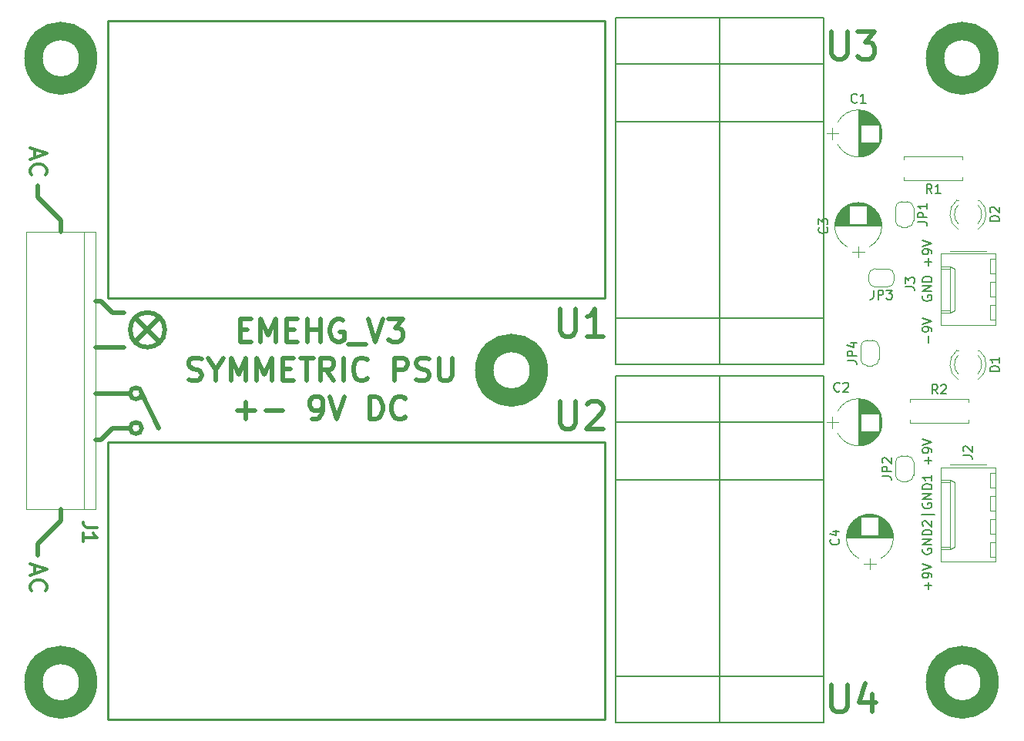
<source format=gbr>
G04 #@! TF.GenerationSoftware,KiCad,Pcbnew,(5.1.2)-1*
G04 #@! TF.CreationDate,2020-09-23T15:34:57+02:00*
G04 #@! TF.ProjectId,PSU_220vac_9vdc,5053555f-3232-4307-9661-635f39766463,rev?*
G04 #@! TF.SameCoordinates,Original*
G04 #@! TF.FileFunction,Legend,Top*
G04 #@! TF.FilePolarity,Positive*
%FSLAX46Y46*%
G04 Gerber Fmt 4.6, Leading zero omitted, Abs format (unit mm)*
G04 Created by KiCad (PCBNEW (5.1.2)-1) date 2020-09-23 15:34:57*
%MOMM*%
%LPD*%
G04 APERTURE LIST*
%ADD10C,0.508000*%
%ADD11C,0.500000*%
%ADD12C,0.304800*%
%ADD13C,2.000000*%
%ADD14C,0.203200*%
%ADD15C,0.150000*%
%ADD16C,0.120000*%
%ADD17C,0.254000*%
G04 APERTURE END LIST*
D10*
X27305000Y-99695000D02*
X27305000Y-100965000D01*
X24765000Y-103505000D02*
X24765000Y-104775000D01*
X24765000Y-103505000D02*
X27305000Y-100965000D01*
X24765000Y-65405000D02*
X24765000Y-64135000D01*
X24765000Y-65405000D02*
X27305000Y-67945000D01*
D11*
X47010952Y-80026428D02*
X47844285Y-80026428D01*
X48201428Y-81335952D02*
X47010952Y-81335952D01*
X47010952Y-78835952D01*
X48201428Y-78835952D01*
X49272857Y-81335952D02*
X49272857Y-78835952D01*
X50106190Y-80621666D01*
X50939523Y-78835952D01*
X50939523Y-81335952D01*
X52130000Y-80026428D02*
X52963333Y-80026428D01*
X53320476Y-81335952D02*
X52130000Y-81335952D01*
X52130000Y-78835952D01*
X53320476Y-78835952D01*
X54391904Y-81335952D02*
X54391904Y-78835952D01*
X54391904Y-80026428D02*
X55820476Y-80026428D01*
X55820476Y-81335952D02*
X55820476Y-78835952D01*
X58320476Y-78955000D02*
X58082380Y-78835952D01*
X57725238Y-78835952D01*
X57368095Y-78955000D01*
X57130000Y-79193095D01*
X57010952Y-79431190D01*
X56891904Y-79907380D01*
X56891904Y-80264523D01*
X57010952Y-80740714D01*
X57130000Y-80978809D01*
X57368095Y-81216904D01*
X57725238Y-81335952D01*
X57963333Y-81335952D01*
X58320476Y-81216904D01*
X58439523Y-81097857D01*
X58439523Y-80264523D01*
X57963333Y-80264523D01*
X58915714Y-81574047D02*
X60820476Y-81574047D01*
X61058571Y-78835952D02*
X61891904Y-81335952D01*
X62725238Y-78835952D01*
X63320476Y-78835952D02*
X64868095Y-78835952D01*
X64034761Y-79788333D01*
X64391904Y-79788333D01*
X64630000Y-79907380D01*
X64749047Y-80026428D01*
X64868095Y-80264523D01*
X64868095Y-80859761D01*
X64749047Y-81097857D01*
X64630000Y-81216904D01*
X64391904Y-81335952D01*
X63677619Y-81335952D01*
X63439523Y-81216904D01*
X63320476Y-81097857D01*
X41356190Y-85466904D02*
X41713333Y-85585952D01*
X42308571Y-85585952D01*
X42546666Y-85466904D01*
X42665714Y-85347857D01*
X42784761Y-85109761D01*
X42784761Y-84871666D01*
X42665714Y-84633571D01*
X42546666Y-84514523D01*
X42308571Y-84395476D01*
X41832380Y-84276428D01*
X41594285Y-84157380D01*
X41475238Y-84038333D01*
X41356190Y-83800238D01*
X41356190Y-83562142D01*
X41475238Y-83324047D01*
X41594285Y-83205000D01*
X41832380Y-83085952D01*
X42427619Y-83085952D01*
X42784761Y-83205000D01*
X44332380Y-84395476D02*
X44332380Y-85585952D01*
X43499047Y-83085952D02*
X44332380Y-84395476D01*
X45165714Y-83085952D01*
X45999047Y-85585952D02*
X45999047Y-83085952D01*
X46832380Y-84871666D01*
X47665714Y-83085952D01*
X47665714Y-85585952D01*
X48856190Y-85585952D02*
X48856190Y-83085952D01*
X49689523Y-84871666D01*
X50522857Y-83085952D01*
X50522857Y-85585952D01*
X51713333Y-84276428D02*
X52546666Y-84276428D01*
X52903809Y-85585952D02*
X51713333Y-85585952D01*
X51713333Y-83085952D01*
X52903809Y-83085952D01*
X53618095Y-83085952D02*
X55046666Y-83085952D01*
X54332380Y-85585952D02*
X54332380Y-83085952D01*
X57308571Y-85585952D02*
X56475238Y-84395476D01*
X55880000Y-85585952D02*
X55880000Y-83085952D01*
X56832380Y-83085952D01*
X57070476Y-83205000D01*
X57189523Y-83324047D01*
X57308571Y-83562142D01*
X57308571Y-83919285D01*
X57189523Y-84157380D01*
X57070476Y-84276428D01*
X56832380Y-84395476D01*
X55880000Y-84395476D01*
X58380000Y-85585952D02*
X58380000Y-83085952D01*
X60999047Y-85347857D02*
X60880000Y-85466904D01*
X60522857Y-85585952D01*
X60284761Y-85585952D01*
X59927619Y-85466904D01*
X59689523Y-85228809D01*
X59570476Y-84990714D01*
X59451428Y-84514523D01*
X59451428Y-84157380D01*
X59570476Y-83681190D01*
X59689523Y-83443095D01*
X59927619Y-83205000D01*
X60284761Y-83085952D01*
X60522857Y-83085952D01*
X60880000Y-83205000D01*
X60999047Y-83324047D01*
X63975238Y-85585952D02*
X63975238Y-83085952D01*
X64927619Y-83085952D01*
X65165714Y-83205000D01*
X65284761Y-83324047D01*
X65403809Y-83562142D01*
X65403809Y-83919285D01*
X65284761Y-84157380D01*
X65165714Y-84276428D01*
X64927619Y-84395476D01*
X63975238Y-84395476D01*
X66356190Y-85466904D02*
X66713333Y-85585952D01*
X67308571Y-85585952D01*
X67546666Y-85466904D01*
X67665714Y-85347857D01*
X67784761Y-85109761D01*
X67784761Y-84871666D01*
X67665714Y-84633571D01*
X67546666Y-84514523D01*
X67308571Y-84395476D01*
X66832380Y-84276428D01*
X66594285Y-84157380D01*
X66475238Y-84038333D01*
X66356190Y-83800238D01*
X66356190Y-83562142D01*
X66475238Y-83324047D01*
X66594285Y-83205000D01*
X66832380Y-83085952D01*
X67427619Y-83085952D01*
X67784761Y-83205000D01*
X68856190Y-83085952D02*
X68856190Y-85109761D01*
X68975238Y-85347857D01*
X69094285Y-85466904D01*
X69332380Y-85585952D01*
X69808571Y-85585952D01*
X70046666Y-85466904D01*
X70165714Y-85347857D01*
X70284761Y-85109761D01*
X70284761Y-83085952D01*
X46713333Y-88883571D02*
X48618095Y-88883571D01*
X47665714Y-89835952D02*
X47665714Y-87931190D01*
X49808571Y-88883571D02*
X51713333Y-88883571D01*
X54927619Y-89835952D02*
X55403809Y-89835952D01*
X55641904Y-89716904D01*
X55760952Y-89597857D01*
X55999047Y-89240714D01*
X56118095Y-88764523D01*
X56118095Y-87812142D01*
X55999047Y-87574047D01*
X55880000Y-87455000D01*
X55641904Y-87335952D01*
X55165714Y-87335952D01*
X54927619Y-87455000D01*
X54808571Y-87574047D01*
X54689523Y-87812142D01*
X54689523Y-88407380D01*
X54808571Y-88645476D01*
X54927619Y-88764523D01*
X55165714Y-88883571D01*
X55641904Y-88883571D01*
X55880000Y-88764523D01*
X55999047Y-88645476D01*
X56118095Y-88407380D01*
X56832380Y-87335952D02*
X57665714Y-89835952D01*
X58499047Y-87335952D01*
X61237142Y-89835952D02*
X61237142Y-87335952D01*
X61832380Y-87335952D01*
X62189523Y-87455000D01*
X62427619Y-87693095D01*
X62546666Y-87931190D01*
X62665714Y-88407380D01*
X62665714Y-88764523D01*
X62546666Y-89240714D01*
X62427619Y-89478809D01*
X62189523Y-89716904D01*
X61832380Y-89835952D01*
X61237142Y-89835952D01*
X65165714Y-89597857D02*
X65046666Y-89716904D01*
X64689523Y-89835952D01*
X64451428Y-89835952D01*
X64094285Y-89716904D01*
X63856190Y-89478809D01*
X63737142Y-89240714D01*
X63618095Y-88764523D01*
X63618095Y-88407380D01*
X63737142Y-87931190D01*
X63856190Y-87693095D01*
X64094285Y-87455000D01*
X64451428Y-87335952D01*
X64689523Y-87335952D01*
X65046666Y-87455000D01*
X65165714Y-87574047D01*
D10*
X31115000Y-92075000D02*
X31750000Y-92075000D01*
X31115000Y-76835000D02*
X31750000Y-76835000D01*
X27305000Y-69215000D02*
X27305000Y-67945000D01*
X33020000Y-78105000D02*
X31750000Y-76835000D01*
X34290000Y-78105000D02*
X33020000Y-78105000D01*
X38100000Y-81280000D02*
X35560000Y-78740000D01*
X35560000Y-81280000D02*
X38100000Y-78740000D01*
X38735000Y-80010000D02*
G75*
G03X38735000Y-80010000I-1905000J0D01*
G01*
X33020000Y-90805000D02*
X31750000Y-92075000D01*
X31115000Y-81915000D02*
X34290000Y-81915000D01*
X36195000Y-86995000D02*
X38100000Y-90805000D01*
X36195000Y-90805000D02*
G75*
G03X36195000Y-90805000I-635000J0D01*
G01*
X36195000Y-86995000D02*
G75*
G03X36195000Y-86995000I-635000J0D01*
G01*
X33020000Y-90805000D02*
X34925000Y-90805000D01*
X31115000Y-86995000D02*
X34925000Y-86995000D01*
D12*
X24447500Y-105908928D02*
X24447500Y-106816071D01*
X23903214Y-105727500D02*
X25808214Y-106362500D01*
X23903214Y-106997500D01*
X24084642Y-108721071D02*
X23993928Y-108630357D01*
X23903214Y-108358214D01*
X23903214Y-108176785D01*
X23993928Y-107904642D01*
X24175357Y-107723214D01*
X24356785Y-107632500D01*
X24719642Y-107541785D01*
X24991785Y-107541785D01*
X25354642Y-107632500D01*
X25536071Y-107723214D01*
X25717500Y-107904642D01*
X25808214Y-108176785D01*
X25808214Y-108358214D01*
X25717500Y-108630357D01*
X25626785Y-108721071D01*
X24447500Y-60188928D02*
X24447500Y-61096071D01*
X23903214Y-60007500D02*
X25808214Y-60642500D01*
X23903214Y-61277500D01*
X24084642Y-63001071D02*
X23993928Y-62910357D01*
X23903214Y-62638214D01*
X23903214Y-62456785D01*
X23993928Y-62184642D01*
X24175357Y-62003214D01*
X24356785Y-61912500D01*
X24719642Y-61821785D01*
X24991785Y-61821785D01*
X25354642Y-61912500D01*
X25536071Y-62003214D01*
X25717500Y-62184642D01*
X25808214Y-62456785D01*
X25808214Y-62638214D01*
X25717500Y-62910357D01*
X25626785Y-63001071D01*
D13*
X79835000Y-84455000D02*
G75*
G03X79835000Y-84455000I-3000000J0D01*
G01*
X129365000Y-118745000D02*
G75*
G03X129365000Y-118745000I-3000000J0D01*
G01*
X30305000Y-118745000D02*
G75*
G03X30305000Y-118745000I-3000000J0D01*
G01*
X30305000Y-50165000D02*
G75*
G03X30305000Y-50165000I-3000000J0D01*
G01*
X129365000Y-50165000D02*
G75*
G03X129365000Y-50165000I-3000000J0D01*
G01*
D14*
X122627571Y-108506380D02*
X122627571Y-107732285D01*
X123014619Y-108119333D02*
X122240523Y-108119333D01*
X123014619Y-107200095D02*
X123014619Y-107006571D01*
X122966238Y-106909809D01*
X122917857Y-106861428D01*
X122772714Y-106764666D01*
X122579190Y-106716285D01*
X122192142Y-106716285D01*
X122095380Y-106764666D01*
X122047000Y-106813047D01*
X121998619Y-106909809D01*
X121998619Y-107103333D01*
X122047000Y-107200095D01*
X122095380Y-107248476D01*
X122192142Y-107296857D01*
X122434047Y-107296857D01*
X122530809Y-107248476D01*
X122579190Y-107200095D01*
X122627571Y-107103333D01*
X122627571Y-106909809D01*
X122579190Y-106813047D01*
X122530809Y-106764666D01*
X122434047Y-106716285D01*
X121998619Y-106426000D02*
X123014619Y-106087333D01*
X121998619Y-105748666D01*
X122047000Y-104103714D02*
X121998619Y-104200476D01*
X121998619Y-104345619D01*
X122047000Y-104490761D01*
X122143761Y-104587523D01*
X122240523Y-104635904D01*
X122434047Y-104684285D01*
X122579190Y-104684285D01*
X122772714Y-104635904D01*
X122869476Y-104587523D01*
X122966238Y-104490761D01*
X123014619Y-104345619D01*
X123014619Y-104248857D01*
X122966238Y-104103714D01*
X122917857Y-104055333D01*
X122579190Y-104055333D01*
X122579190Y-104248857D01*
X123014619Y-103619904D02*
X121998619Y-103619904D01*
X123014619Y-103039333D01*
X121998619Y-103039333D01*
X123014619Y-102555523D02*
X121998619Y-102555523D01*
X121998619Y-102313619D01*
X122047000Y-102168476D01*
X122143761Y-102071714D01*
X122240523Y-102023333D01*
X122434047Y-101974952D01*
X122579190Y-101974952D01*
X122772714Y-102023333D01*
X122869476Y-102071714D01*
X122966238Y-102168476D01*
X123014619Y-102313619D01*
X123014619Y-102555523D01*
X122095380Y-101587904D02*
X122047000Y-101539523D01*
X121998619Y-101442761D01*
X121998619Y-101200857D01*
X122047000Y-101104095D01*
X122095380Y-101055714D01*
X122192142Y-101007333D01*
X122288904Y-101007333D01*
X122434047Y-101055714D01*
X123014619Y-101636285D01*
X123014619Y-101007333D01*
X123353285Y-100330000D02*
X121901857Y-100330000D01*
X122047000Y-99072095D02*
X121998619Y-99168857D01*
X121998619Y-99314000D01*
X122047000Y-99459142D01*
X122143761Y-99555904D01*
X122240523Y-99604285D01*
X122434047Y-99652666D01*
X122579190Y-99652666D01*
X122772714Y-99604285D01*
X122869476Y-99555904D01*
X122966238Y-99459142D01*
X123014619Y-99314000D01*
X123014619Y-99217238D01*
X122966238Y-99072095D01*
X122917857Y-99023714D01*
X122579190Y-99023714D01*
X122579190Y-99217238D01*
X123014619Y-98588285D02*
X121998619Y-98588285D01*
X123014619Y-98007714D01*
X121998619Y-98007714D01*
X123014619Y-97523904D02*
X121998619Y-97523904D01*
X121998619Y-97282000D01*
X122047000Y-97136857D01*
X122143761Y-97040095D01*
X122240523Y-96991714D01*
X122434047Y-96943333D01*
X122579190Y-96943333D01*
X122772714Y-96991714D01*
X122869476Y-97040095D01*
X122966238Y-97136857D01*
X123014619Y-97282000D01*
X123014619Y-97523904D01*
X123014619Y-95975714D02*
X123014619Y-96556285D01*
X123014619Y-96266000D02*
X121998619Y-96266000D01*
X122143761Y-96362761D01*
X122240523Y-96459523D01*
X122288904Y-96556285D01*
X122627571Y-94766190D02*
X122627571Y-93992095D01*
X123014619Y-94379142D02*
X122240523Y-94379142D01*
X123014619Y-93459904D02*
X123014619Y-93266380D01*
X122966238Y-93169619D01*
X122917857Y-93121238D01*
X122772714Y-93024476D01*
X122579190Y-92976095D01*
X122192142Y-92976095D01*
X122095380Y-93024476D01*
X122047000Y-93072857D01*
X121998619Y-93169619D01*
X121998619Y-93363142D01*
X122047000Y-93459904D01*
X122095380Y-93508285D01*
X122192142Y-93556666D01*
X122434047Y-93556666D01*
X122530809Y-93508285D01*
X122579190Y-93459904D01*
X122627571Y-93363142D01*
X122627571Y-93169619D01*
X122579190Y-93072857D01*
X122530809Y-93024476D01*
X122434047Y-92976095D01*
X121998619Y-92685809D02*
X123014619Y-92347142D01*
X121998619Y-92008476D01*
X122627571Y-81446309D02*
X122627571Y-80672214D01*
X123014619Y-80140023D02*
X123014619Y-79946500D01*
X122966238Y-79849738D01*
X122917857Y-79801357D01*
X122772714Y-79704595D01*
X122579190Y-79656214D01*
X122192142Y-79656214D01*
X122095380Y-79704595D01*
X122047000Y-79752976D01*
X121998619Y-79849738D01*
X121998619Y-80043261D01*
X122047000Y-80140023D01*
X122095380Y-80188404D01*
X122192142Y-80236785D01*
X122434047Y-80236785D01*
X122530809Y-80188404D01*
X122579190Y-80140023D01*
X122627571Y-80043261D01*
X122627571Y-79849738D01*
X122579190Y-79752976D01*
X122530809Y-79704595D01*
X122434047Y-79656214D01*
X121998619Y-79365928D02*
X123014619Y-79027261D01*
X121998619Y-78688595D01*
X122047000Y-76269547D02*
X121998619Y-76366309D01*
X121998619Y-76511452D01*
X122047000Y-76656595D01*
X122143761Y-76753357D01*
X122240523Y-76801738D01*
X122434047Y-76850119D01*
X122579190Y-76850119D01*
X122772714Y-76801738D01*
X122869476Y-76753357D01*
X122966238Y-76656595D01*
X123014619Y-76511452D01*
X123014619Y-76414690D01*
X122966238Y-76269547D01*
X122917857Y-76221166D01*
X122579190Y-76221166D01*
X122579190Y-76414690D01*
X123014619Y-75785738D02*
X121998619Y-75785738D01*
X123014619Y-75205166D01*
X121998619Y-75205166D01*
X123014619Y-74721357D02*
X121998619Y-74721357D01*
X121998619Y-74479452D01*
X122047000Y-74334309D01*
X122143761Y-74237547D01*
X122240523Y-74189166D01*
X122434047Y-74140785D01*
X122579190Y-74140785D01*
X122772714Y-74189166D01*
X122869476Y-74237547D01*
X122966238Y-74334309D01*
X123014619Y-74479452D01*
X123014619Y-74721357D01*
X122627571Y-72931261D02*
X122627571Y-72157166D01*
X123014619Y-72544214D02*
X122240523Y-72544214D01*
X123014619Y-71624976D02*
X123014619Y-71431452D01*
X122966238Y-71334690D01*
X122917857Y-71286309D01*
X122772714Y-71189547D01*
X122579190Y-71141166D01*
X122192142Y-71141166D01*
X122095380Y-71189547D01*
X122047000Y-71237928D01*
X121998619Y-71334690D01*
X121998619Y-71528214D01*
X122047000Y-71624976D01*
X122095380Y-71673357D01*
X122192142Y-71721738D01*
X122434047Y-71721738D01*
X122530809Y-71673357D01*
X122579190Y-71624976D01*
X122627571Y-71528214D01*
X122627571Y-71334690D01*
X122579190Y-71237928D01*
X122530809Y-71189547D01*
X122434047Y-71141166D01*
X121998619Y-70850880D02*
X123014619Y-70512214D01*
X121998619Y-70173547D01*
D15*
X99695000Y-83820000D02*
X99695000Y-45720000D01*
X111125000Y-78740000D02*
X88265000Y-78740000D01*
X111125000Y-57150000D02*
X88265000Y-57150000D01*
X111125000Y-50800000D02*
X88265000Y-50800000D01*
X88265000Y-83820000D02*
X111125000Y-83820000D01*
X88265000Y-45720000D02*
X88265000Y-83820000D01*
X111125000Y-45720000D02*
X88265000Y-45720000D01*
X111125000Y-83820000D02*
X111125000Y-45720000D01*
X99695000Y-123190000D02*
X99695000Y-85090000D01*
X111125000Y-118110000D02*
X88265000Y-118110000D01*
X111125000Y-96520000D02*
X88265000Y-96520000D01*
X111125000Y-90170000D02*
X88265000Y-90170000D01*
X88265000Y-123190000D02*
X111125000Y-123190000D01*
X88265000Y-85090000D02*
X88265000Y-123190000D01*
X111125000Y-85090000D02*
X88265000Y-85090000D01*
X111125000Y-123190000D02*
X111125000Y-85090000D01*
D16*
X121015000Y-66610000D02*
X121015000Y-68010000D01*
X120315000Y-68710000D02*
X119715000Y-68710000D01*
X119015000Y-68010000D02*
X119015000Y-66610000D01*
X119715000Y-65910000D02*
X120315000Y-65910000D01*
X120315000Y-65910000D02*
G75*
G02X121015000Y-66610000I0J-700000D01*
G01*
X119015000Y-66610000D02*
G75*
G02X119715000Y-65910000I700000J0D01*
G01*
X119715000Y-68710000D02*
G75*
G02X119015000Y-68010000I0J700000D01*
G01*
X121015000Y-68010000D02*
G75*
G02X120315000Y-68710000I-700000J0D01*
G01*
X117260722Y-57240277D02*
G75*
G03X112649420Y-57240000I-2305722J-1179723D01*
G01*
X117260722Y-59599723D02*
G75*
G02X112649420Y-59600000I-2305722J1179723D01*
G01*
X117260722Y-59599723D02*
G75*
G03X117260580Y-57240000I-2305722J1179723D01*
G01*
X114955000Y-55870000D02*
X114955000Y-60970000D01*
X114995000Y-55870000D02*
X114995000Y-60970000D01*
X115035000Y-55871000D02*
X115035000Y-60969000D01*
X115075000Y-55872000D02*
X115075000Y-60968000D01*
X115115000Y-55874000D02*
X115115000Y-60966000D01*
X115155000Y-55877000D02*
X115155000Y-60963000D01*
X115195000Y-55881000D02*
X115195000Y-60959000D01*
X115235000Y-55885000D02*
X115235000Y-57440000D01*
X115235000Y-59400000D02*
X115235000Y-60955000D01*
X115275000Y-55889000D02*
X115275000Y-57440000D01*
X115275000Y-59400000D02*
X115275000Y-60951000D01*
X115315000Y-55895000D02*
X115315000Y-57440000D01*
X115315000Y-59400000D02*
X115315000Y-60945000D01*
X115355000Y-55901000D02*
X115355000Y-57440000D01*
X115355000Y-59400000D02*
X115355000Y-60939000D01*
X115395000Y-55907000D02*
X115395000Y-57440000D01*
X115395000Y-59400000D02*
X115395000Y-60933000D01*
X115435000Y-55914000D02*
X115435000Y-57440000D01*
X115435000Y-59400000D02*
X115435000Y-60926000D01*
X115475000Y-55922000D02*
X115475000Y-57440000D01*
X115475000Y-59400000D02*
X115475000Y-60918000D01*
X115515000Y-55931000D02*
X115515000Y-57440000D01*
X115515000Y-59400000D02*
X115515000Y-60909000D01*
X115555000Y-55940000D02*
X115555000Y-57440000D01*
X115555000Y-59400000D02*
X115555000Y-60900000D01*
X115595000Y-55950000D02*
X115595000Y-57440000D01*
X115595000Y-59400000D02*
X115595000Y-60890000D01*
X115635000Y-55960000D02*
X115635000Y-57440000D01*
X115635000Y-59400000D02*
X115635000Y-60880000D01*
X115676000Y-55972000D02*
X115676000Y-57440000D01*
X115676000Y-59400000D02*
X115676000Y-60868000D01*
X115716000Y-55984000D02*
X115716000Y-57440000D01*
X115716000Y-59400000D02*
X115716000Y-60856000D01*
X115756000Y-55996000D02*
X115756000Y-57440000D01*
X115756000Y-59400000D02*
X115756000Y-60844000D01*
X115796000Y-56010000D02*
X115796000Y-57440000D01*
X115796000Y-59400000D02*
X115796000Y-60830000D01*
X115836000Y-56024000D02*
X115836000Y-57440000D01*
X115836000Y-59400000D02*
X115836000Y-60816000D01*
X115876000Y-56038000D02*
X115876000Y-57440000D01*
X115876000Y-59400000D02*
X115876000Y-60802000D01*
X115916000Y-56054000D02*
X115916000Y-57440000D01*
X115916000Y-59400000D02*
X115916000Y-60786000D01*
X115956000Y-56070000D02*
X115956000Y-57440000D01*
X115956000Y-59400000D02*
X115956000Y-60770000D01*
X115996000Y-56087000D02*
X115996000Y-57440000D01*
X115996000Y-59400000D02*
X115996000Y-60753000D01*
X116036000Y-56105000D02*
X116036000Y-57440000D01*
X116036000Y-59400000D02*
X116036000Y-60735000D01*
X116076000Y-56124000D02*
X116076000Y-57440000D01*
X116076000Y-59400000D02*
X116076000Y-60716000D01*
X116116000Y-56144000D02*
X116116000Y-57440000D01*
X116116000Y-59400000D02*
X116116000Y-60696000D01*
X116156000Y-56164000D02*
X116156000Y-57440000D01*
X116156000Y-59400000D02*
X116156000Y-60676000D01*
X116196000Y-56186000D02*
X116196000Y-57440000D01*
X116196000Y-59400000D02*
X116196000Y-60654000D01*
X116236000Y-56208000D02*
X116236000Y-57440000D01*
X116236000Y-59400000D02*
X116236000Y-60632000D01*
X116276000Y-56231000D02*
X116276000Y-57440000D01*
X116276000Y-59400000D02*
X116276000Y-60609000D01*
X116316000Y-56255000D02*
X116316000Y-57440000D01*
X116316000Y-59400000D02*
X116316000Y-60585000D01*
X116356000Y-56280000D02*
X116356000Y-57440000D01*
X116356000Y-59400000D02*
X116356000Y-60560000D01*
X116396000Y-56307000D02*
X116396000Y-57440000D01*
X116396000Y-59400000D02*
X116396000Y-60533000D01*
X116436000Y-56334000D02*
X116436000Y-57440000D01*
X116436000Y-59400000D02*
X116436000Y-60506000D01*
X116476000Y-56362000D02*
X116476000Y-57440000D01*
X116476000Y-59400000D02*
X116476000Y-60478000D01*
X116516000Y-56392000D02*
X116516000Y-57440000D01*
X116516000Y-59400000D02*
X116516000Y-60448000D01*
X116556000Y-56423000D02*
X116556000Y-57440000D01*
X116556000Y-59400000D02*
X116556000Y-60417000D01*
X116596000Y-56455000D02*
X116596000Y-57440000D01*
X116596000Y-59400000D02*
X116596000Y-60385000D01*
X116636000Y-56488000D02*
X116636000Y-57440000D01*
X116636000Y-59400000D02*
X116636000Y-60352000D01*
X116676000Y-56523000D02*
X116676000Y-57440000D01*
X116676000Y-59400000D02*
X116676000Y-60317000D01*
X116716000Y-56559000D02*
X116716000Y-57440000D01*
X116716000Y-59400000D02*
X116716000Y-60281000D01*
X116756000Y-56597000D02*
X116756000Y-57440000D01*
X116756000Y-59400000D02*
X116756000Y-60243000D01*
X116796000Y-56637000D02*
X116796000Y-57440000D01*
X116796000Y-59400000D02*
X116796000Y-60203000D01*
X116836000Y-56678000D02*
X116836000Y-57440000D01*
X116836000Y-59400000D02*
X116836000Y-60162000D01*
X116876000Y-56721000D02*
X116876000Y-57440000D01*
X116876000Y-59400000D02*
X116876000Y-60119000D01*
X116916000Y-56766000D02*
X116916000Y-57440000D01*
X116916000Y-59400000D02*
X116916000Y-60074000D01*
X116956000Y-56814000D02*
X116956000Y-57440000D01*
X116956000Y-59400000D02*
X116956000Y-60026000D01*
X116996000Y-56864000D02*
X116996000Y-57440000D01*
X116996000Y-59400000D02*
X116996000Y-59976000D01*
X117036000Y-56916000D02*
X117036000Y-57440000D01*
X117036000Y-59400000D02*
X117036000Y-59924000D01*
X117076000Y-56972000D02*
X117076000Y-57440000D01*
X117076000Y-59400000D02*
X117076000Y-59868000D01*
X117116000Y-57030000D02*
X117116000Y-57440000D01*
X117116000Y-59400000D02*
X117116000Y-59810000D01*
X117156000Y-57093000D02*
X117156000Y-57440000D01*
X117156000Y-59400000D02*
X117156000Y-59747000D01*
X117196000Y-57159000D02*
X117196000Y-59681000D01*
X117236000Y-57231000D02*
X117236000Y-59609000D01*
X117276000Y-57308000D02*
X117276000Y-59532000D01*
X117316000Y-57392000D02*
X117316000Y-59448000D01*
X117356000Y-57486000D02*
X117356000Y-59354000D01*
X117396000Y-57591000D02*
X117396000Y-59249000D01*
X117436000Y-57713000D02*
X117436000Y-59127000D01*
X117476000Y-57861000D02*
X117476000Y-58979000D01*
X117516000Y-58066000D02*
X117516000Y-58774000D01*
X111505000Y-58420000D02*
X112705000Y-58420000D01*
X112105000Y-57770000D02*
X112105000Y-59070000D01*
X117260722Y-88990277D02*
G75*
G03X112649420Y-88990000I-2305722J-1179723D01*
G01*
X117260722Y-91349723D02*
G75*
G02X112649420Y-91350000I-2305722J1179723D01*
G01*
X117260722Y-91349723D02*
G75*
G03X117260580Y-88990000I-2305722J1179723D01*
G01*
X114955000Y-87620000D02*
X114955000Y-92720000D01*
X114995000Y-87620000D02*
X114995000Y-92720000D01*
X115035000Y-87621000D02*
X115035000Y-92719000D01*
X115075000Y-87622000D02*
X115075000Y-92718000D01*
X115115000Y-87624000D02*
X115115000Y-92716000D01*
X115155000Y-87627000D02*
X115155000Y-92713000D01*
X115195000Y-87631000D02*
X115195000Y-92709000D01*
X115235000Y-87635000D02*
X115235000Y-89190000D01*
X115235000Y-91150000D02*
X115235000Y-92705000D01*
X115275000Y-87639000D02*
X115275000Y-89190000D01*
X115275000Y-91150000D02*
X115275000Y-92701000D01*
X115315000Y-87645000D02*
X115315000Y-89190000D01*
X115315000Y-91150000D02*
X115315000Y-92695000D01*
X115355000Y-87651000D02*
X115355000Y-89190000D01*
X115355000Y-91150000D02*
X115355000Y-92689000D01*
X115395000Y-87657000D02*
X115395000Y-89190000D01*
X115395000Y-91150000D02*
X115395000Y-92683000D01*
X115435000Y-87664000D02*
X115435000Y-89190000D01*
X115435000Y-91150000D02*
X115435000Y-92676000D01*
X115475000Y-87672000D02*
X115475000Y-89190000D01*
X115475000Y-91150000D02*
X115475000Y-92668000D01*
X115515000Y-87681000D02*
X115515000Y-89190000D01*
X115515000Y-91150000D02*
X115515000Y-92659000D01*
X115555000Y-87690000D02*
X115555000Y-89190000D01*
X115555000Y-91150000D02*
X115555000Y-92650000D01*
X115595000Y-87700000D02*
X115595000Y-89190000D01*
X115595000Y-91150000D02*
X115595000Y-92640000D01*
X115635000Y-87710000D02*
X115635000Y-89190000D01*
X115635000Y-91150000D02*
X115635000Y-92630000D01*
X115676000Y-87722000D02*
X115676000Y-89190000D01*
X115676000Y-91150000D02*
X115676000Y-92618000D01*
X115716000Y-87734000D02*
X115716000Y-89190000D01*
X115716000Y-91150000D02*
X115716000Y-92606000D01*
X115756000Y-87746000D02*
X115756000Y-89190000D01*
X115756000Y-91150000D02*
X115756000Y-92594000D01*
X115796000Y-87760000D02*
X115796000Y-89190000D01*
X115796000Y-91150000D02*
X115796000Y-92580000D01*
X115836000Y-87774000D02*
X115836000Y-89190000D01*
X115836000Y-91150000D02*
X115836000Y-92566000D01*
X115876000Y-87788000D02*
X115876000Y-89190000D01*
X115876000Y-91150000D02*
X115876000Y-92552000D01*
X115916000Y-87804000D02*
X115916000Y-89190000D01*
X115916000Y-91150000D02*
X115916000Y-92536000D01*
X115956000Y-87820000D02*
X115956000Y-89190000D01*
X115956000Y-91150000D02*
X115956000Y-92520000D01*
X115996000Y-87837000D02*
X115996000Y-89190000D01*
X115996000Y-91150000D02*
X115996000Y-92503000D01*
X116036000Y-87855000D02*
X116036000Y-89190000D01*
X116036000Y-91150000D02*
X116036000Y-92485000D01*
X116076000Y-87874000D02*
X116076000Y-89190000D01*
X116076000Y-91150000D02*
X116076000Y-92466000D01*
X116116000Y-87894000D02*
X116116000Y-89190000D01*
X116116000Y-91150000D02*
X116116000Y-92446000D01*
X116156000Y-87914000D02*
X116156000Y-89190000D01*
X116156000Y-91150000D02*
X116156000Y-92426000D01*
X116196000Y-87936000D02*
X116196000Y-89190000D01*
X116196000Y-91150000D02*
X116196000Y-92404000D01*
X116236000Y-87958000D02*
X116236000Y-89190000D01*
X116236000Y-91150000D02*
X116236000Y-92382000D01*
X116276000Y-87981000D02*
X116276000Y-89190000D01*
X116276000Y-91150000D02*
X116276000Y-92359000D01*
X116316000Y-88005000D02*
X116316000Y-89190000D01*
X116316000Y-91150000D02*
X116316000Y-92335000D01*
X116356000Y-88030000D02*
X116356000Y-89190000D01*
X116356000Y-91150000D02*
X116356000Y-92310000D01*
X116396000Y-88057000D02*
X116396000Y-89190000D01*
X116396000Y-91150000D02*
X116396000Y-92283000D01*
X116436000Y-88084000D02*
X116436000Y-89190000D01*
X116436000Y-91150000D02*
X116436000Y-92256000D01*
X116476000Y-88112000D02*
X116476000Y-89190000D01*
X116476000Y-91150000D02*
X116476000Y-92228000D01*
X116516000Y-88142000D02*
X116516000Y-89190000D01*
X116516000Y-91150000D02*
X116516000Y-92198000D01*
X116556000Y-88173000D02*
X116556000Y-89190000D01*
X116556000Y-91150000D02*
X116556000Y-92167000D01*
X116596000Y-88205000D02*
X116596000Y-89190000D01*
X116596000Y-91150000D02*
X116596000Y-92135000D01*
X116636000Y-88238000D02*
X116636000Y-89190000D01*
X116636000Y-91150000D02*
X116636000Y-92102000D01*
X116676000Y-88273000D02*
X116676000Y-89190000D01*
X116676000Y-91150000D02*
X116676000Y-92067000D01*
X116716000Y-88309000D02*
X116716000Y-89190000D01*
X116716000Y-91150000D02*
X116716000Y-92031000D01*
X116756000Y-88347000D02*
X116756000Y-89190000D01*
X116756000Y-91150000D02*
X116756000Y-91993000D01*
X116796000Y-88387000D02*
X116796000Y-89190000D01*
X116796000Y-91150000D02*
X116796000Y-91953000D01*
X116836000Y-88428000D02*
X116836000Y-89190000D01*
X116836000Y-91150000D02*
X116836000Y-91912000D01*
X116876000Y-88471000D02*
X116876000Y-89190000D01*
X116876000Y-91150000D02*
X116876000Y-91869000D01*
X116916000Y-88516000D02*
X116916000Y-89190000D01*
X116916000Y-91150000D02*
X116916000Y-91824000D01*
X116956000Y-88564000D02*
X116956000Y-89190000D01*
X116956000Y-91150000D02*
X116956000Y-91776000D01*
X116996000Y-88614000D02*
X116996000Y-89190000D01*
X116996000Y-91150000D02*
X116996000Y-91726000D01*
X117036000Y-88666000D02*
X117036000Y-89190000D01*
X117036000Y-91150000D02*
X117036000Y-91674000D01*
X117076000Y-88722000D02*
X117076000Y-89190000D01*
X117076000Y-91150000D02*
X117076000Y-91618000D01*
X117116000Y-88780000D02*
X117116000Y-89190000D01*
X117116000Y-91150000D02*
X117116000Y-91560000D01*
X117156000Y-88843000D02*
X117156000Y-89190000D01*
X117156000Y-91150000D02*
X117156000Y-91497000D01*
X117196000Y-88909000D02*
X117196000Y-91431000D01*
X117236000Y-88981000D02*
X117236000Y-91359000D01*
X117276000Y-89058000D02*
X117276000Y-91282000D01*
X117316000Y-89142000D02*
X117316000Y-91198000D01*
X117356000Y-89236000D02*
X117356000Y-91104000D01*
X117396000Y-89341000D02*
X117396000Y-90999000D01*
X117436000Y-89463000D02*
X117436000Y-90877000D01*
X117476000Y-89611000D02*
X117476000Y-90729000D01*
X117516000Y-89816000D02*
X117516000Y-90524000D01*
X111505000Y-90170000D02*
X112705000Y-90170000D01*
X112105000Y-89520000D02*
X112105000Y-90820000D01*
X113755277Y-66294278D02*
G75*
G03X113755000Y-70905580I1179723J-2305722D01*
G01*
X116114723Y-66294278D02*
G75*
G02X116115000Y-70905580I-1179723J-2305722D01*
G01*
X116114723Y-66294278D02*
G75*
G03X113755000Y-66294420I-1179723J-2305722D01*
G01*
X112385000Y-68600000D02*
X117485000Y-68600000D01*
X112385000Y-68560000D02*
X117485000Y-68560000D01*
X112386000Y-68520000D02*
X117484000Y-68520000D01*
X112387000Y-68480000D02*
X117483000Y-68480000D01*
X112389000Y-68440000D02*
X117481000Y-68440000D01*
X112392000Y-68400000D02*
X117478000Y-68400000D01*
X112396000Y-68360000D02*
X117474000Y-68360000D01*
X112400000Y-68320000D02*
X113955000Y-68320000D01*
X115915000Y-68320000D02*
X117470000Y-68320000D01*
X112404000Y-68280000D02*
X113955000Y-68280000D01*
X115915000Y-68280000D02*
X117466000Y-68280000D01*
X112410000Y-68240000D02*
X113955000Y-68240000D01*
X115915000Y-68240000D02*
X117460000Y-68240000D01*
X112416000Y-68200000D02*
X113955000Y-68200000D01*
X115915000Y-68200000D02*
X117454000Y-68200000D01*
X112422000Y-68160000D02*
X113955000Y-68160000D01*
X115915000Y-68160000D02*
X117448000Y-68160000D01*
X112429000Y-68120000D02*
X113955000Y-68120000D01*
X115915000Y-68120000D02*
X117441000Y-68120000D01*
X112437000Y-68080000D02*
X113955000Y-68080000D01*
X115915000Y-68080000D02*
X117433000Y-68080000D01*
X112446000Y-68040000D02*
X113955000Y-68040000D01*
X115915000Y-68040000D02*
X117424000Y-68040000D01*
X112455000Y-68000000D02*
X113955000Y-68000000D01*
X115915000Y-68000000D02*
X117415000Y-68000000D01*
X112465000Y-67960000D02*
X113955000Y-67960000D01*
X115915000Y-67960000D02*
X117405000Y-67960000D01*
X112475000Y-67920000D02*
X113955000Y-67920000D01*
X115915000Y-67920000D02*
X117395000Y-67920000D01*
X112487000Y-67879000D02*
X113955000Y-67879000D01*
X115915000Y-67879000D02*
X117383000Y-67879000D01*
X112499000Y-67839000D02*
X113955000Y-67839000D01*
X115915000Y-67839000D02*
X117371000Y-67839000D01*
X112511000Y-67799000D02*
X113955000Y-67799000D01*
X115915000Y-67799000D02*
X117359000Y-67799000D01*
X112525000Y-67759000D02*
X113955000Y-67759000D01*
X115915000Y-67759000D02*
X117345000Y-67759000D01*
X112539000Y-67719000D02*
X113955000Y-67719000D01*
X115915000Y-67719000D02*
X117331000Y-67719000D01*
X112553000Y-67679000D02*
X113955000Y-67679000D01*
X115915000Y-67679000D02*
X117317000Y-67679000D01*
X112569000Y-67639000D02*
X113955000Y-67639000D01*
X115915000Y-67639000D02*
X117301000Y-67639000D01*
X112585000Y-67599000D02*
X113955000Y-67599000D01*
X115915000Y-67599000D02*
X117285000Y-67599000D01*
X112602000Y-67559000D02*
X113955000Y-67559000D01*
X115915000Y-67559000D02*
X117268000Y-67559000D01*
X112620000Y-67519000D02*
X113955000Y-67519000D01*
X115915000Y-67519000D02*
X117250000Y-67519000D01*
X112639000Y-67479000D02*
X113955000Y-67479000D01*
X115915000Y-67479000D02*
X117231000Y-67479000D01*
X112659000Y-67439000D02*
X113955000Y-67439000D01*
X115915000Y-67439000D02*
X117211000Y-67439000D01*
X112679000Y-67399000D02*
X113955000Y-67399000D01*
X115915000Y-67399000D02*
X117191000Y-67399000D01*
X112701000Y-67359000D02*
X113955000Y-67359000D01*
X115915000Y-67359000D02*
X117169000Y-67359000D01*
X112723000Y-67319000D02*
X113955000Y-67319000D01*
X115915000Y-67319000D02*
X117147000Y-67319000D01*
X112746000Y-67279000D02*
X113955000Y-67279000D01*
X115915000Y-67279000D02*
X117124000Y-67279000D01*
X112770000Y-67239000D02*
X113955000Y-67239000D01*
X115915000Y-67239000D02*
X117100000Y-67239000D01*
X112795000Y-67199000D02*
X113955000Y-67199000D01*
X115915000Y-67199000D02*
X117075000Y-67199000D01*
X112822000Y-67159000D02*
X113955000Y-67159000D01*
X115915000Y-67159000D02*
X117048000Y-67159000D01*
X112849000Y-67119000D02*
X113955000Y-67119000D01*
X115915000Y-67119000D02*
X117021000Y-67119000D01*
X112877000Y-67079000D02*
X113955000Y-67079000D01*
X115915000Y-67079000D02*
X116993000Y-67079000D01*
X112907000Y-67039000D02*
X113955000Y-67039000D01*
X115915000Y-67039000D02*
X116963000Y-67039000D01*
X112938000Y-66999000D02*
X113955000Y-66999000D01*
X115915000Y-66999000D02*
X116932000Y-66999000D01*
X112970000Y-66959000D02*
X113955000Y-66959000D01*
X115915000Y-66959000D02*
X116900000Y-66959000D01*
X113003000Y-66919000D02*
X113955000Y-66919000D01*
X115915000Y-66919000D02*
X116867000Y-66919000D01*
X113038000Y-66879000D02*
X113955000Y-66879000D01*
X115915000Y-66879000D02*
X116832000Y-66879000D01*
X113074000Y-66839000D02*
X113955000Y-66839000D01*
X115915000Y-66839000D02*
X116796000Y-66839000D01*
X113112000Y-66799000D02*
X113955000Y-66799000D01*
X115915000Y-66799000D02*
X116758000Y-66799000D01*
X113152000Y-66759000D02*
X113955000Y-66759000D01*
X115915000Y-66759000D02*
X116718000Y-66759000D01*
X113193000Y-66719000D02*
X113955000Y-66719000D01*
X115915000Y-66719000D02*
X116677000Y-66719000D01*
X113236000Y-66679000D02*
X113955000Y-66679000D01*
X115915000Y-66679000D02*
X116634000Y-66679000D01*
X113281000Y-66639000D02*
X113955000Y-66639000D01*
X115915000Y-66639000D02*
X116589000Y-66639000D01*
X113329000Y-66599000D02*
X113955000Y-66599000D01*
X115915000Y-66599000D02*
X116541000Y-66599000D01*
X113379000Y-66559000D02*
X113955000Y-66559000D01*
X115915000Y-66559000D02*
X116491000Y-66559000D01*
X113431000Y-66519000D02*
X113955000Y-66519000D01*
X115915000Y-66519000D02*
X116439000Y-66519000D01*
X113487000Y-66479000D02*
X113955000Y-66479000D01*
X115915000Y-66479000D02*
X116383000Y-66479000D01*
X113545000Y-66439000D02*
X113955000Y-66439000D01*
X115915000Y-66439000D02*
X116325000Y-66439000D01*
X113608000Y-66399000D02*
X113955000Y-66399000D01*
X115915000Y-66399000D02*
X116262000Y-66399000D01*
X113674000Y-66359000D02*
X116196000Y-66359000D01*
X113746000Y-66319000D02*
X116124000Y-66319000D01*
X113823000Y-66279000D02*
X116047000Y-66279000D01*
X113907000Y-66239000D02*
X115963000Y-66239000D01*
X114001000Y-66199000D02*
X115869000Y-66199000D01*
X114106000Y-66159000D02*
X115764000Y-66159000D01*
X114228000Y-66119000D02*
X115642000Y-66119000D01*
X114376000Y-66079000D02*
X115494000Y-66079000D01*
X114581000Y-66039000D02*
X115289000Y-66039000D01*
X114935000Y-72050000D02*
X114935000Y-70850000D01*
X114285000Y-71450000D02*
X115585000Y-71450000D01*
X115025277Y-100544278D02*
G75*
G03X115025000Y-105155580I1179723J-2305722D01*
G01*
X117384723Y-100544278D02*
G75*
G02X117385000Y-105155580I-1179723J-2305722D01*
G01*
X117384723Y-100544278D02*
G75*
G03X115025000Y-100544420I-1179723J-2305722D01*
G01*
X113655000Y-102850000D02*
X118755000Y-102850000D01*
X113655000Y-102810000D02*
X118755000Y-102810000D01*
X113656000Y-102770000D02*
X118754000Y-102770000D01*
X113657000Y-102730000D02*
X118753000Y-102730000D01*
X113659000Y-102690000D02*
X118751000Y-102690000D01*
X113662000Y-102650000D02*
X118748000Y-102650000D01*
X113666000Y-102610000D02*
X118744000Y-102610000D01*
X113670000Y-102570000D02*
X115225000Y-102570000D01*
X117185000Y-102570000D02*
X118740000Y-102570000D01*
X113674000Y-102530000D02*
X115225000Y-102530000D01*
X117185000Y-102530000D02*
X118736000Y-102530000D01*
X113680000Y-102490000D02*
X115225000Y-102490000D01*
X117185000Y-102490000D02*
X118730000Y-102490000D01*
X113686000Y-102450000D02*
X115225000Y-102450000D01*
X117185000Y-102450000D02*
X118724000Y-102450000D01*
X113692000Y-102410000D02*
X115225000Y-102410000D01*
X117185000Y-102410000D02*
X118718000Y-102410000D01*
X113699000Y-102370000D02*
X115225000Y-102370000D01*
X117185000Y-102370000D02*
X118711000Y-102370000D01*
X113707000Y-102330000D02*
X115225000Y-102330000D01*
X117185000Y-102330000D02*
X118703000Y-102330000D01*
X113716000Y-102290000D02*
X115225000Y-102290000D01*
X117185000Y-102290000D02*
X118694000Y-102290000D01*
X113725000Y-102250000D02*
X115225000Y-102250000D01*
X117185000Y-102250000D02*
X118685000Y-102250000D01*
X113735000Y-102210000D02*
X115225000Y-102210000D01*
X117185000Y-102210000D02*
X118675000Y-102210000D01*
X113745000Y-102170000D02*
X115225000Y-102170000D01*
X117185000Y-102170000D02*
X118665000Y-102170000D01*
X113757000Y-102129000D02*
X115225000Y-102129000D01*
X117185000Y-102129000D02*
X118653000Y-102129000D01*
X113769000Y-102089000D02*
X115225000Y-102089000D01*
X117185000Y-102089000D02*
X118641000Y-102089000D01*
X113781000Y-102049000D02*
X115225000Y-102049000D01*
X117185000Y-102049000D02*
X118629000Y-102049000D01*
X113795000Y-102009000D02*
X115225000Y-102009000D01*
X117185000Y-102009000D02*
X118615000Y-102009000D01*
X113809000Y-101969000D02*
X115225000Y-101969000D01*
X117185000Y-101969000D02*
X118601000Y-101969000D01*
X113823000Y-101929000D02*
X115225000Y-101929000D01*
X117185000Y-101929000D02*
X118587000Y-101929000D01*
X113839000Y-101889000D02*
X115225000Y-101889000D01*
X117185000Y-101889000D02*
X118571000Y-101889000D01*
X113855000Y-101849000D02*
X115225000Y-101849000D01*
X117185000Y-101849000D02*
X118555000Y-101849000D01*
X113872000Y-101809000D02*
X115225000Y-101809000D01*
X117185000Y-101809000D02*
X118538000Y-101809000D01*
X113890000Y-101769000D02*
X115225000Y-101769000D01*
X117185000Y-101769000D02*
X118520000Y-101769000D01*
X113909000Y-101729000D02*
X115225000Y-101729000D01*
X117185000Y-101729000D02*
X118501000Y-101729000D01*
X113929000Y-101689000D02*
X115225000Y-101689000D01*
X117185000Y-101689000D02*
X118481000Y-101689000D01*
X113949000Y-101649000D02*
X115225000Y-101649000D01*
X117185000Y-101649000D02*
X118461000Y-101649000D01*
X113971000Y-101609000D02*
X115225000Y-101609000D01*
X117185000Y-101609000D02*
X118439000Y-101609000D01*
X113993000Y-101569000D02*
X115225000Y-101569000D01*
X117185000Y-101569000D02*
X118417000Y-101569000D01*
X114016000Y-101529000D02*
X115225000Y-101529000D01*
X117185000Y-101529000D02*
X118394000Y-101529000D01*
X114040000Y-101489000D02*
X115225000Y-101489000D01*
X117185000Y-101489000D02*
X118370000Y-101489000D01*
X114065000Y-101449000D02*
X115225000Y-101449000D01*
X117185000Y-101449000D02*
X118345000Y-101449000D01*
X114092000Y-101409000D02*
X115225000Y-101409000D01*
X117185000Y-101409000D02*
X118318000Y-101409000D01*
X114119000Y-101369000D02*
X115225000Y-101369000D01*
X117185000Y-101369000D02*
X118291000Y-101369000D01*
X114147000Y-101329000D02*
X115225000Y-101329000D01*
X117185000Y-101329000D02*
X118263000Y-101329000D01*
X114177000Y-101289000D02*
X115225000Y-101289000D01*
X117185000Y-101289000D02*
X118233000Y-101289000D01*
X114208000Y-101249000D02*
X115225000Y-101249000D01*
X117185000Y-101249000D02*
X118202000Y-101249000D01*
X114240000Y-101209000D02*
X115225000Y-101209000D01*
X117185000Y-101209000D02*
X118170000Y-101209000D01*
X114273000Y-101169000D02*
X115225000Y-101169000D01*
X117185000Y-101169000D02*
X118137000Y-101169000D01*
X114308000Y-101129000D02*
X115225000Y-101129000D01*
X117185000Y-101129000D02*
X118102000Y-101129000D01*
X114344000Y-101089000D02*
X115225000Y-101089000D01*
X117185000Y-101089000D02*
X118066000Y-101089000D01*
X114382000Y-101049000D02*
X115225000Y-101049000D01*
X117185000Y-101049000D02*
X118028000Y-101049000D01*
X114422000Y-101009000D02*
X115225000Y-101009000D01*
X117185000Y-101009000D02*
X117988000Y-101009000D01*
X114463000Y-100969000D02*
X115225000Y-100969000D01*
X117185000Y-100969000D02*
X117947000Y-100969000D01*
X114506000Y-100929000D02*
X115225000Y-100929000D01*
X117185000Y-100929000D02*
X117904000Y-100929000D01*
X114551000Y-100889000D02*
X115225000Y-100889000D01*
X117185000Y-100889000D02*
X117859000Y-100889000D01*
X114599000Y-100849000D02*
X115225000Y-100849000D01*
X117185000Y-100849000D02*
X117811000Y-100849000D01*
X114649000Y-100809000D02*
X115225000Y-100809000D01*
X117185000Y-100809000D02*
X117761000Y-100809000D01*
X114701000Y-100769000D02*
X115225000Y-100769000D01*
X117185000Y-100769000D02*
X117709000Y-100769000D01*
X114757000Y-100729000D02*
X115225000Y-100729000D01*
X117185000Y-100729000D02*
X117653000Y-100729000D01*
X114815000Y-100689000D02*
X115225000Y-100689000D01*
X117185000Y-100689000D02*
X117595000Y-100689000D01*
X114878000Y-100649000D02*
X115225000Y-100649000D01*
X117185000Y-100649000D02*
X117532000Y-100649000D01*
X114944000Y-100609000D02*
X117466000Y-100609000D01*
X115016000Y-100569000D02*
X117394000Y-100569000D01*
X115093000Y-100529000D02*
X117317000Y-100529000D01*
X115177000Y-100489000D02*
X117233000Y-100489000D01*
X115271000Y-100449000D02*
X117139000Y-100449000D01*
X115376000Y-100409000D02*
X117034000Y-100409000D01*
X115498000Y-100369000D02*
X116912000Y-100369000D01*
X115646000Y-100329000D02*
X116764000Y-100329000D01*
X115851000Y-100289000D02*
X116559000Y-100289000D01*
X116205000Y-106300000D02*
X116205000Y-105100000D01*
X115555000Y-105700000D02*
X116855000Y-105700000D01*
X129430000Y-104940000D02*
X130030000Y-104940000D01*
X129430000Y-103340000D02*
X129430000Y-104940000D01*
X130030000Y-103340000D02*
X129430000Y-103340000D01*
X129430000Y-102400000D02*
X130030000Y-102400000D01*
X129430000Y-100800000D02*
X129430000Y-102400000D01*
X130030000Y-100800000D02*
X129430000Y-100800000D01*
X129430000Y-99860000D02*
X130030000Y-99860000D01*
X129430000Y-98260000D02*
X129430000Y-99860000D01*
X130030000Y-98260000D02*
X129430000Y-98260000D01*
X129430000Y-97320000D02*
X130030000Y-97320000D01*
X129430000Y-95720000D02*
X129430000Y-97320000D01*
X130030000Y-95720000D02*
X129430000Y-95720000D01*
X124010000Y-103890000D02*
X125010000Y-103890000D01*
X124010000Y-96770000D02*
X125010000Y-96770000D01*
X125540000Y-103890000D02*
X125010000Y-104140000D01*
X125540000Y-96770000D02*
X125540000Y-103890000D01*
X125010000Y-96520000D02*
X125540000Y-96770000D01*
X125010000Y-104140000D02*
X124010000Y-104140000D01*
X125010000Y-96520000D02*
X125010000Y-104140000D01*
X124010000Y-96520000D02*
X125010000Y-96520000D01*
X129000000Y-94850000D02*
X125000000Y-94850000D01*
X130030000Y-105520000D02*
X130030000Y-95140000D01*
X124010000Y-105520000D02*
X130030000Y-105520000D01*
X124010000Y-95140000D02*
X124010000Y-105520000D01*
X130030000Y-95140000D02*
X124010000Y-95140000D01*
X129430000Y-78905000D02*
X130030000Y-78905000D01*
X129430000Y-77305000D02*
X129430000Y-78905000D01*
X130030000Y-77305000D02*
X129430000Y-77305000D01*
X129430000Y-76365000D02*
X130030000Y-76365000D01*
X129430000Y-74765000D02*
X129430000Y-76365000D01*
X130030000Y-74765000D02*
X129430000Y-74765000D01*
X129430000Y-73825000D02*
X130030000Y-73825000D01*
X129430000Y-72225000D02*
X129430000Y-73825000D01*
X130030000Y-72225000D02*
X129430000Y-72225000D01*
X124010000Y-77855000D02*
X125010000Y-77855000D01*
X124010000Y-73275000D02*
X125010000Y-73275000D01*
X125540000Y-77855000D02*
X125010000Y-78105000D01*
X125540000Y-73275000D02*
X125540000Y-77855000D01*
X125010000Y-73025000D02*
X125540000Y-73275000D01*
X125010000Y-78105000D02*
X124010000Y-78105000D01*
X125010000Y-73025000D02*
X125010000Y-78105000D01*
X124010000Y-73025000D02*
X125010000Y-73025000D01*
X129000000Y-71355000D02*
X125000000Y-71355000D01*
X130030000Y-79485000D02*
X130030000Y-71645000D01*
X124010000Y-79485000D02*
X130030000Y-79485000D01*
X124010000Y-71645000D02*
X124010000Y-79485000D01*
X130030000Y-71645000D02*
X124010000Y-71645000D01*
X119015000Y-95965000D02*
X119015000Y-94565000D01*
X119715000Y-93865000D02*
X120315000Y-93865000D01*
X121015000Y-94565000D02*
X121015000Y-95965000D01*
X120315000Y-96665000D02*
X119715000Y-96665000D01*
X119715000Y-96665000D02*
G75*
G02X119015000Y-95965000I0J700000D01*
G01*
X121015000Y-95965000D02*
G75*
G02X120315000Y-96665000I-700000J0D01*
G01*
X120315000Y-93865000D02*
G75*
G02X121015000Y-94565000I0J-700000D01*
G01*
X119015000Y-94565000D02*
G75*
G02X119715000Y-93865000I700000J0D01*
G01*
X118175000Y-75295000D02*
X116775000Y-75295000D01*
X116075000Y-74595000D02*
X116075000Y-73995000D01*
X116775000Y-73295000D02*
X118175000Y-73295000D01*
X118875000Y-73995000D02*
X118875000Y-74595000D01*
X118875000Y-74595000D02*
G75*
G02X118175000Y-75295000I-700000J0D01*
G01*
X118175000Y-73295000D02*
G75*
G02X118875000Y-73995000I0J-700000D01*
G01*
X116075000Y-73995000D02*
G75*
G02X116775000Y-73295000I700000J0D01*
G01*
X116775000Y-75295000D02*
G75*
G02X116075000Y-74595000I0J700000D01*
G01*
X117205000Y-81850000D02*
X117205000Y-83250000D01*
X116505000Y-83950000D02*
X115905000Y-83950000D01*
X115205000Y-83250000D02*
X115205000Y-81850000D01*
X115905000Y-81150000D02*
X116505000Y-81150000D01*
X116505000Y-81150000D02*
G75*
G02X117205000Y-81850000I0J-700000D01*
G01*
X115205000Y-81850000D02*
G75*
G02X115905000Y-81150000I700000J0D01*
G01*
X115905000Y-83950000D02*
G75*
G02X115205000Y-83250000I0J700000D01*
G01*
X117205000Y-83250000D02*
G75*
G02X116505000Y-83950000I-700000J0D01*
G01*
D17*
X32512001Y-76517500D02*
X37592001Y-76517500D01*
X32512001Y-46037500D02*
X32512001Y-76517500D01*
X87122001Y-46037500D02*
X32512001Y-46037500D01*
X87122001Y-76517500D02*
X87122001Y-46037500D01*
X37592001Y-76517500D02*
X87122001Y-76517500D01*
X32512001Y-122872500D02*
X37592001Y-122872500D01*
X32512001Y-92392500D02*
X32512001Y-122872500D01*
X87122001Y-92392500D02*
X32512001Y-92392500D01*
X87122001Y-122872500D02*
X87122001Y-92392500D01*
X37592001Y-122872500D02*
X87122001Y-122872500D01*
D16*
X128078608Y-85492335D02*
G75*
G03X128235516Y-82260000I-1078608J1672335D01*
G01*
X125921392Y-85492335D02*
G75*
G02X125764484Y-82260000I1078608J1672335D01*
G01*
X128079837Y-84861130D02*
G75*
G03X128080000Y-82779039I-1079837J1041130D01*
G01*
X125920163Y-84861130D02*
G75*
G02X125920000Y-82779039I1079837J1041130D01*
G01*
X128236000Y-82260000D02*
X128080000Y-82260000D01*
X125920000Y-82260000D02*
X125764000Y-82260000D01*
X128078608Y-68982335D02*
G75*
G03X128235516Y-65750000I-1078608J1672335D01*
G01*
X125921392Y-68982335D02*
G75*
G02X125764484Y-65750000I1078608J1672335D01*
G01*
X128079837Y-68351130D02*
G75*
G03X128080000Y-66269039I-1079837J1041130D01*
G01*
X125920163Y-68351130D02*
G75*
G02X125920000Y-66269039I1079837J1041130D01*
G01*
X128236000Y-65750000D02*
X128080000Y-65750000D01*
X125920000Y-65750000D02*
X125764000Y-65750000D01*
X126400000Y-63210000D02*
X126400000Y-63540000D01*
X126400000Y-63540000D02*
X119980000Y-63540000D01*
X119980000Y-63540000D02*
X119980000Y-63210000D01*
X126400000Y-61250000D02*
X126400000Y-60920000D01*
X126400000Y-60920000D02*
X119980000Y-60920000D01*
X119980000Y-60920000D02*
X119980000Y-61250000D01*
X120615000Y-87920000D02*
X120615000Y-87590000D01*
X120615000Y-87590000D02*
X127035000Y-87590000D01*
X127035000Y-87590000D02*
X127035000Y-87920000D01*
X120615000Y-89880000D02*
X120615000Y-90210000D01*
X120615000Y-90210000D02*
X127035000Y-90210000D01*
X127035000Y-90210000D02*
X127035000Y-89880000D01*
X31115000Y-99695000D02*
X31115000Y-69215000D01*
X23495000Y-99695000D02*
X23495000Y-69215000D01*
X29845000Y-99695000D02*
X29845000Y-69215000D01*
X31115000Y-69215000D02*
X23495000Y-69215000D01*
X23495000Y-99695000D02*
X31115000Y-99695000D01*
D11*
X112014285Y-47252142D02*
X112014285Y-49680714D01*
X112157142Y-49966428D01*
X112300000Y-50109285D01*
X112585714Y-50252142D01*
X113157142Y-50252142D01*
X113442857Y-50109285D01*
X113585714Y-49966428D01*
X113728571Y-49680714D01*
X113728571Y-47252142D01*
X114871428Y-47252142D02*
X116728571Y-47252142D01*
X115728571Y-48395000D01*
X116157142Y-48395000D01*
X116442857Y-48537857D01*
X116585714Y-48680714D01*
X116728571Y-48966428D01*
X116728571Y-49680714D01*
X116585714Y-49966428D01*
X116442857Y-50109285D01*
X116157142Y-50252142D01*
X115300000Y-50252142D01*
X115014285Y-50109285D01*
X114871428Y-49966428D01*
X112014285Y-119007142D02*
X112014285Y-121435714D01*
X112157142Y-121721428D01*
X112300000Y-121864285D01*
X112585714Y-122007142D01*
X113157142Y-122007142D01*
X113442857Y-121864285D01*
X113585714Y-121721428D01*
X113728571Y-121435714D01*
X113728571Y-119007142D01*
X116442857Y-120007142D02*
X116442857Y-122007142D01*
X115728571Y-118864285D02*
X115014285Y-121007142D01*
X116871428Y-121007142D01*
D14*
X121490619Y-68156666D02*
X122216333Y-68156666D01*
X122361476Y-68205047D01*
X122458238Y-68301809D01*
X122506619Y-68446952D01*
X122506619Y-68543714D01*
X122506619Y-67672857D02*
X121490619Y-67672857D01*
X121490619Y-67285809D01*
X121539000Y-67189047D01*
X121587380Y-67140666D01*
X121684142Y-67092285D01*
X121829285Y-67092285D01*
X121926047Y-67140666D01*
X121974428Y-67189047D01*
X122022809Y-67285809D01*
X122022809Y-67672857D01*
X122506619Y-66124666D02*
X122506619Y-66705238D01*
X122506619Y-66414952D02*
X121490619Y-66414952D01*
X121635761Y-66511714D01*
X121732523Y-66608476D01*
X121780904Y-66705238D01*
X114785666Y-54972857D02*
X114737285Y-55021238D01*
X114592142Y-55069619D01*
X114495380Y-55069619D01*
X114350238Y-55021238D01*
X114253476Y-54924476D01*
X114205095Y-54827714D01*
X114156714Y-54634190D01*
X114156714Y-54489047D01*
X114205095Y-54295523D01*
X114253476Y-54198761D01*
X114350238Y-54102000D01*
X114495380Y-54053619D01*
X114592142Y-54053619D01*
X114737285Y-54102000D01*
X114785666Y-54150380D01*
X115753285Y-55069619D02*
X115172714Y-55069619D01*
X115463000Y-55069619D02*
X115463000Y-54053619D01*
X115366238Y-54198761D01*
X115269476Y-54295523D01*
X115172714Y-54343904D01*
X112900666Y-86722857D02*
X112852285Y-86771238D01*
X112707142Y-86819619D01*
X112610380Y-86819619D01*
X112465238Y-86771238D01*
X112368476Y-86674476D01*
X112320095Y-86577714D01*
X112271714Y-86384190D01*
X112271714Y-86239047D01*
X112320095Y-86045523D01*
X112368476Y-85948761D01*
X112465238Y-85852000D01*
X112610380Y-85803619D01*
X112707142Y-85803619D01*
X112852285Y-85852000D01*
X112900666Y-85900380D01*
X113287714Y-85900380D02*
X113336095Y-85852000D01*
X113432857Y-85803619D01*
X113674761Y-85803619D01*
X113771523Y-85852000D01*
X113819904Y-85900380D01*
X113868285Y-85997142D01*
X113868285Y-86093904D01*
X113819904Y-86239047D01*
X113239333Y-86819619D01*
X113868285Y-86819619D01*
X111487857Y-68769333D02*
X111536238Y-68817714D01*
X111584619Y-68962857D01*
X111584619Y-69059619D01*
X111536238Y-69204761D01*
X111439476Y-69301523D01*
X111342714Y-69349904D01*
X111149190Y-69398285D01*
X111004047Y-69398285D01*
X110810523Y-69349904D01*
X110713761Y-69301523D01*
X110617000Y-69204761D01*
X110568619Y-69059619D01*
X110568619Y-68962857D01*
X110617000Y-68817714D01*
X110665380Y-68769333D01*
X110568619Y-68430666D02*
X110568619Y-67801714D01*
X110955666Y-68140380D01*
X110955666Y-67995238D01*
X111004047Y-67898476D01*
X111052428Y-67850095D01*
X111149190Y-67801714D01*
X111391095Y-67801714D01*
X111487857Y-67850095D01*
X111536238Y-67898476D01*
X111584619Y-67995238D01*
X111584619Y-68285523D01*
X111536238Y-68382285D01*
X111487857Y-68430666D01*
X112757857Y-103019333D02*
X112806238Y-103067714D01*
X112854619Y-103212857D01*
X112854619Y-103309619D01*
X112806238Y-103454761D01*
X112709476Y-103551523D01*
X112612714Y-103599904D01*
X112419190Y-103648285D01*
X112274047Y-103648285D01*
X112080523Y-103599904D01*
X111983761Y-103551523D01*
X111887000Y-103454761D01*
X111838619Y-103309619D01*
X111838619Y-103212857D01*
X111887000Y-103067714D01*
X111935380Y-103019333D01*
X112177285Y-102148476D02*
X112854619Y-102148476D01*
X111790238Y-102390380D02*
X112515952Y-102632285D01*
X112515952Y-102003333D01*
X126443619Y-93810666D02*
X127169333Y-93810666D01*
X127314476Y-93859047D01*
X127411238Y-93955809D01*
X127459619Y-94100952D01*
X127459619Y-94197714D01*
X126540380Y-93375238D02*
X126492000Y-93326857D01*
X126443619Y-93230095D01*
X126443619Y-92988190D01*
X126492000Y-92891428D01*
X126540380Y-92843047D01*
X126637142Y-92794666D01*
X126733904Y-92794666D01*
X126879047Y-92843047D01*
X127459619Y-93423619D01*
X127459619Y-92794666D01*
X120093619Y-75268666D02*
X120819333Y-75268666D01*
X120964476Y-75317047D01*
X121061238Y-75413809D01*
X121109619Y-75558952D01*
X121109619Y-75655714D01*
X120093619Y-74881619D02*
X120093619Y-74252666D01*
X120480666Y-74591333D01*
X120480666Y-74446190D01*
X120529047Y-74349428D01*
X120577428Y-74301047D01*
X120674190Y-74252666D01*
X120916095Y-74252666D01*
X121012857Y-74301047D01*
X121061238Y-74349428D01*
X121109619Y-74446190D01*
X121109619Y-74736476D01*
X121061238Y-74833238D01*
X121012857Y-74881619D01*
X117553619Y-96096666D02*
X118279333Y-96096666D01*
X118424476Y-96145047D01*
X118521238Y-96241809D01*
X118569619Y-96386952D01*
X118569619Y-96483714D01*
X118569619Y-95612857D02*
X117553619Y-95612857D01*
X117553619Y-95225809D01*
X117602000Y-95129047D01*
X117650380Y-95080666D01*
X117747142Y-95032285D01*
X117892285Y-95032285D01*
X117989047Y-95080666D01*
X118037428Y-95129047D01*
X118085809Y-95225809D01*
X118085809Y-95612857D01*
X117650380Y-94645238D02*
X117602000Y-94596857D01*
X117553619Y-94500095D01*
X117553619Y-94258190D01*
X117602000Y-94161428D01*
X117650380Y-94113047D01*
X117747142Y-94064666D01*
X117843904Y-94064666D01*
X117989047Y-94113047D01*
X118569619Y-94693619D01*
X118569619Y-94064666D01*
X116628333Y-75643619D02*
X116628333Y-76369333D01*
X116579952Y-76514476D01*
X116483190Y-76611238D01*
X116338047Y-76659619D01*
X116241285Y-76659619D01*
X117112142Y-76659619D02*
X117112142Y-75643619D01*
X117499190Y-75643619D01*
X117595952Y-75692000D01*
X117644333Y-75740380D01*
X117692714Y-75837142D01*
X117692714Y-75982285D01*
X117644333Y-76079047D01*
X117595952Y-76127428D01*
X117499190Y-76175809D01*
X117112142Y-76175809D01*
X118031380Y-75643619D02*
X118660333Y-75643619D01*
X118321666Y-76030666D01*
X118466809Y-76030666D01*
X118563571Y-76079047D01*
X118611952Y-76127428D01*
X118660333Y-76224190D01*
X118660333Y-76466095D01*
X118611952Y-76562857D01*
X118563571Y-76611238D01*
X118466809Y-76659619D01*
X118176523Y-76659619D01*
X118079761Y-76611238D01*
X118031380Y-76562857D01*
X113743619Y-83396666D02*
X114469333Y-83396666D01*
X114614476Y-83445047D01*
X114711238Y-83541809D01*
X114759619Y-83686952D01*
X114759619Y-83783714D01*
X114759619Y-82912857D02*
X113743619Y-82912857D01*
X113743619Y-82525809D01*
X113792000Y-82429047D01*
X113840380Y-82380666D01*
X113937142Y-82332285D01*
X114082285Y-82332285D01*
X114179047Y-82380666D01*
X114227428Y-82429047D01*
X114275809Y-82525809D01*
X114275809Y-82912857D01*
X114082285Y-81461428D02*
X114759619Y-81461428D01*
X113695238Y-81703333D02*
X114420952Y-81945238D01*
X114420952Y-81316285D01*
D11*
X82169285Y-77732142D02*
X82169285Y-80160714D01*
X82312142Y-80446428D01*
X82455000Y-80589285D01*
X82740714Y-80732142D01*
X83312142Y-80732142D01*
X83597857Y-80589285D01*
X83740714Y-80446428D01*
X83883571Y-80160714D01*
X83883571Y-77732142D01*
X86883571Y-80732142D02*
X85169285Y-80732142D01*
X86026428Y-80732142D02*
X86026428Y-77732142D01*
X85740714Y-78160714D01*
X85455000Y-78446428D01*
X85169285Y-78589285D01*
X82169285Y-87892142D02*
X82169285Y-90320714D01*
X82312142Y-90606428D01*
X82455000Y-90749285D01*
X82740714Y-90892142D01*
X83312142Y-90892142D01*
X83597857Y-90749285D01*
X83740714Y-90606428D01*
X83883571Y-90320714D01*
X83883571Y-87892142D01*
X85169285Y-88177857D02*
X85312142Y-88035000D01*
X85597857Y-87892142D01*
X86312142Y-87892142D01*
X86597857Y-88035000D01*
X86740714Y-88177857D01*
X86883571Y-88463571D01*
X86883571Y-88749285D01*
X86740714Y-89177857D01*
X85026428Y-90892142D01*
X86883571Y-90892142D01*
D14*
X130412380Y-84558095D02*
X129412380Y-84558095D01*
X129412380Y-84320000D01*
X129460000Y-84177142D01*
X129555238Y-84081904D01*
X129650476Y-84034285D01*
X129840952Y-83986666D01*
X129983809Y-83986666D01*
X130174285Y-84034285D01*
X130269523Y-84081904D01*
X130364761Y-84177142D01*
X130412380Y-84320000D01*
X130412380Y-84558095D01*
X130412380Y-83034285D02*
X130412380Y-83605714D01*
X130412380Y-83320000D02*
X129412380Y-83320000D01*
X129555238Y-83415238D01*
X129650476Y-83510476D01*
X129698095Y-83605714D01*
X130412380Y-68048095D02*
X129412380Y-68048095D01*
X129412380Y-67810000D01*
X129460000Y-67667142D01*
X129555238Y-67571904D01*
X129650476Y-67524285D01*
X129840952Y-67476666D01*
X129983809Y-67476666D01*
X130174285Y-67524285D01*
X130269523Y-67571904D01*
X130364761Y-67667142D01*
X130412380Y-67810000D01*
X130412380Y-68048095D01*
X129507619Y-67095714D02*
X129460000Y-67048095D01*
X129412380Y-66952857D01*
X129412380Y-66714761D01*
X129460000Y-66619523D01*
X129507619Y-66571904D01*
X129602857Y-66524285D01*
X129698095Y-66524285D01*
X129840952Y-66571904D01*
X130412380Y-67143333D01*
X130412380Y-66524285D01*
X123023333Y-64992380D02*
X122690000Y-64516190D01*
X122451904Y-64992380D02*
X122451904Y-63992380D01*
X122832857Y-63992380D01*
X122928095Y-64040000D01*
X122975714Y-64087619D01*
X123023333Y-64182857D01*
X123023333Y-64325714D01*
X122975714Y-64420952D01*
X122928095Y-64468571D01*
X122832857Y-64516190D01*
X122451904Y-64516190D01*
X123975714Y-64992380D02*
X123404285Y-64992380D01*
X123690000Y-64992380D02*
X123690000Y-63992380D01*
X123594761Y-64135238D01*
X123499523Y-64230476D01*
X123404285Y-64278095D01*
X123658333Y-87042380D02*
X123325000Y-86566190D01*
X123086904Y-87042380D02*
X123086904Y-86042380D01*
X123467857Y-86042380D01*
X123563095Y-86090000D01*
X123610714Y-86137619D01*
X123658333Y-86232857D01*
X123658333Y-86375714D01*
X123610714Y-86470952D01*
X123563095Y-86518571D01*
X123467857Y-86566190D01*
X123086904Y-86566190D01*
X124039285Y-86137619D02*
X124086904Y-86090000D01*
X124182142Y-86042380D01*
X124420238Y-86042380D01*
X124515476Y-86090000D01*
X124563095Y-86137619D01*
X124610714Y-86232857D01*
X124610714Y-86328095D01*
X124563095Y-86470952D01*
X123991666Y-87042380D01*
X124610714Y-87042380D01*
D12*
X31314571Y-101727000D02*
X30226000Y-101727000D01*
X30008285Y-101654428D01*
X29863142Y-101509285D01*
X29790571Y-101291571D01*
X29790571Y-101146428D01*
X29790571Y-103251000D02*
X29790571Y-102380142D01*
X29790571Y-102815571D02*
X31314571Y-102815571D01*
X31096857Y-102670428D01*
X30951714Y-102525285D01*
X30879142Y-102380142D01*
M02*

</source>
